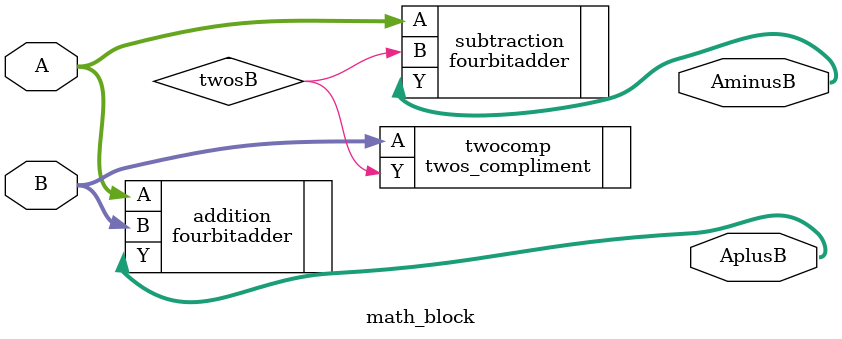
<source format=v>
module math_block(
    input [3:0] A,
    input [3:0] B,
    output [3:0] AplusB,
    output [3:0] AminusB
);

wire twosB;


twos_compliment twocomp(
.A(B),
.Y(twosB)
);

fourbitadder subtraction(
.A(A),
.B(twosB),
.Y(AminusB)
);

fourbitadder addition(
.A(A),
.B(B),
.Y(AplusB)
);

endmodule
</source>
